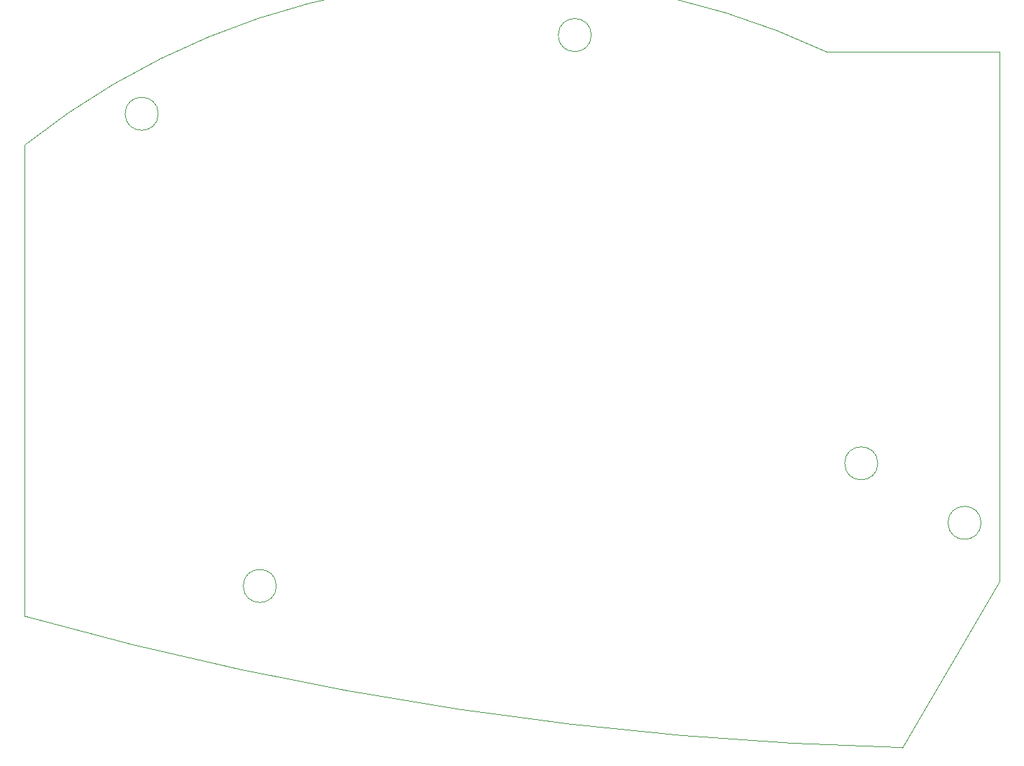
<source format=gbr>
%TF.GenerationSoftware,KiCad,Pcbnew,8.0.6*%
%TF.CreationDate,2024-11-18T16:16:28-05:00*%
%TF.ProjectId,SolarFlarePCB,536f6c61-7246-46c6-9172-655043422e6b,rev?*%
%TF.SameCoordinates,Original*%
%TF.FileFunction,Profile,NP*%
%FSLAX46Y46*%
G04 Gerber Fmt 4.6, Leading zero omitted, Abs format (unit mm)*
G04 Created by KiCad (PCBNEW 8.0.6) date 2024-11-18 16:16:28*
%MOMM*%
%LPD*%
G01*
G04 APERTURE LIST*
%TA.AperFunction,Profile*%
%ADD10C,0.050000*%
%TD*%
G04 APERTURE END LIST*
D10*
X134900000Y-121950000D02*
G75*
G02*
X28700000Y-106050001I10128050J430265690D01*
G01*
X146650000Y-101800000D02*
X134900000Y-121950000D01*
X144400000Y-94750000D02*
G75*
G02*
X140400000Y-94750000I-2000000J0D01*
G01*
X140400000Y-94750000D02*
G75*
G02*
X144400000Y-94750000I2000000J0D01*
G01*
X125700000Y-37750000D02*
X146600000Y-37750000D01*
X28700000Y-106050000D02*
X28700000Y-49050000D01*
X28700000Y-49050000D02*
G75*
G02*
X125700001Y-37749998I57587070J-72354030D01*
G01*
X131900000Y-87550000D02*
G75*
G02*
X127900000Y-87550000I-2000000J0D01*
G01*
X127900000Y-87550000D02*
G75*
G02*
X131900000Y-87550000I2000000J0D01*
G01*
X97250000Y-35718750D02*
G75*
G02*
X93250000Y-35718750I-2000000J0D01*
G01*
X93250000Y-35718750D02*
G75*
G02*
X97250000Y-35718750I2000000J0D01*
G01*
X146600000Y-37750000D02*
X146650000Y-101800000D01*
X44862500Y-45243750D02*
G75*
G02*
X40862500Y-45243750I-2000000J0D01*
G01*
X40862500Y-45243750D02*
G75*
G02*
X44862500Y-45243750I2000000J0D01*
G01*
X59150000Y-102393750D02*
G75*
G02*
X55150000Y-102393750I-2000000J0D01*
G01*
X55150000Y-102393750D02*
G75*
G02*
X59150000Y-102393750I2000000J0D01*
G01*
M02*

</source>
